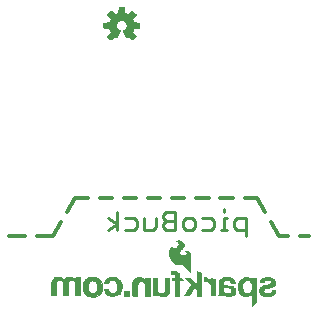
<source format=gbr>
G04 EAGLE Gerber RS-274X export*
G75*
%MOMM*%
%FSLAX34Y34*%
%LPD*%
%INSilkscreen Bottom*%
%IPPOS*%
%AMOC8*
5,1,8,0,0,1.08239X$1,22.5*%
G01*
%ADD10C,0.279400*%
%ADD11C,0.304800*%
%ADD12C,0.025400*%
%ADD13R,0.495300X0.485100*%

G36*
X110920Y260496D02*
X110920Y260496D01*
X111028Y260506D01*
X111041Y260512D01*
X111055Y260514D01*
X111152Y260562D01*
X111251Y260607D01*
X111264Y260618D01*
X111273Y260622D01*
X111288Y260638D01*
X111365Y260700D01*
X113950Y263285D01*
X114013Y263374D01*
X114079Y263459D01*
X114084Y263472D01*
X114092Y263484D01*
X114123Y263587D01*
X114159Y263690D01*
X114159Y263704D01*
X114163Y263717D01*
X114159Y263825D01*
X114160Y263934D01*
X114155Y263947D01*
X114155Y263961D01*
X114117Y264063D01*
X114082Y264165D01*
X114073Y264180D01*
X114069Y264189D01*
X114055Y264206D01*
X114001Y264288D01*
X111237Y267678D01*
X111794Y268760D01*
X111800Y268780D01*
X111842Y268875D01*
X112213Y270034D01*
X116564Y270477D01*
X116668Y270505D01*
X116774Y270530D01*
X116786Y270537D01*
X116799Y270540D01*
X116889Y270601D01*
X116982Y270658D01*
X116990Y270669D01*
X117002Y270677D01*
X117068Y270763D01*
X117137Y270847D01*
X117141Y270860D01*
X117150Y270871D01*
X117184Y270974D01*
X117223Y271075D01*
X117224Y271093D01*
X117228Y271102D01*
X117228Y271124D01*
X117237Y271222D01*
X117237Y274878D01*
X117220Y274985D01*
X117206Y275093D01*
X117200Y275105D01*
X117198Y275119D01*
X117146Y275215D01*
X117099Y275312D01*
X117089Y275322D01*
X117083Y275334D01*
X117003Y275408D01*
X116927Y275485D01*
X116915Y275491D01*
X116905Y275501D01*
X116806Y275546D01*
X116709Y275594D01*
X116691Y275598D01*
X116682Y275602D01*
X116661Y275604D01*
X116564Y275623D01*
X112213Y276066D01*
X111842Y277225D01*
X111833Y277243D01*
X111831Y277250D01*
X111827Y277257D01*
X111794Y277340D01*
X111237Y278422D01*
X114001Y281812D01*
X114055Y281906D01*
X114112Y281998D01*
X114115Y282011D01*
X114122Y282023D01*
X114143Y282130D01*
X114168Y282235D01*
X114166Y282249D01*
X114169Y282263D01*
X114154Y282370D01*
X114144Y282478D01*
X114138Y282491D01*
X114136Y282505D01*
X114088Y282602D01*
X114043Y282701D01*
X114032Y282714D01*
X114028Y282723D01*
X114012Y282738D01*
X113950Y282815D01*
X111365Y285400D01*
X111276Y285463D01*
X111191Y285529D01*
X111178Y285534D01*
X111166Y285542D01*
X111063Y285573D01*
X110960Y285609D01*
X110946Y285609D01*
X110933Y285613D01*
X110825Y285609D01*
X110716Y285610D01*
X110703Y285605D01*
X110689Y285605D01*
X110587Y285567D01*
X110485Y285532D01*
X110470Y285523D01*
X110461Y285519D01*
X110444Y285505D01*
X110362Y285451D01*
X106972Y282687D01*
X105890Y283244D01*
X105870Y283250D01*
X105775Y283292D01*
X104616Y283663D01*
X104173Y288014D01*
X104145Y288118D01*
X104120Y288224D01*
X104113Y288236D01*
X104110Y288249D01*
X104049Y288339D01*
X103992Y288432D01*
X103981Y288440D01*
X103973Y288452D01*
X103887Y288518D01*
X103803Y288587D01*
X103790Y288591D01*
X103779Y288600D01*
X103676Y288634D01*
X103575Y288673D01*
X103557Y288674D01*
X103548Y288678D01*
X103526Y288678D01*
X103428Y288687D01*
X99772Y288687D01*
X99665Y288670D01*
X99557Y288656D01*
X99545Y288650D01*
X99531Y288648D01*
X99435Y288596D01*
X99338Y288549D01*
X99328Y288539D01*
X99316Y288533D01*
X99242Y288453D01*
X99165Y288377D01*
X99159Y288365D01*
X99149Y288355D01*
X99104Y288256D01*
X99056Y288159D01*
X99052Y288141D01*
X99048Y288132D01*
X99046Y288111D01*
X99027Y288014D01*
X98584Y283663D01*
X97425Y283292D01*
X97407Y283282D01*
X97310Y283244D01*
X96228Y282687D01*
X92838Y285451D01*
X92744Y285505D01*
X92652Y285562D01*
X92639Y285565D01*
X92627Y285572D01*
X92520Y285593D01*
X92415Y285618D01*
X92401Y285616D01*
X92387Y285619D01*
X92280Y285604D01*
X92172Y285594D01*
X92159Y285588D01*
X92146Y285586D01*
X92048Y285538D01*
X91949Y285493D01*
X91936Y285482D01*
X91927Y285478D01*
X91912Y285462D01*
X91835Y285400D01*
X89250Y282815D01*
X89187Y282726D01*
X89121Y282641D01*
X89116Y282628D01*
X89108Y282616D01*
X89077Y282513D01*
X89041Y282410D01*
X89041Y282396D01*
X89037Y282383D01*
X89041Y282275D01*
X89040Y282166D01*
X89045Y282153D01*
X89045Y282139D01*
X89083Y282037D01*
X89118Y281935D01*
X89127Y281920D01*
X89131Y281911D01*
X89145Y281894D01*
X89199Y281812D01*
X91963Y278422D01*
X91406Y277340D01*
X91400Y277320D01*
X91358Y277225D01*
X90987Y276066D01*
X86636Y275623D01*
X86532Y275595D01*
X86426Y275570D01*
X86414Y275563D01*
X86401Y275560D01*
X86311Y275499D01*
X86218Y275442D01*
X86210Y275431D01*
X86198Y275423D01*
X86132Y275337D01*
X86064Y275253D01*
X86059Y275240D01*
X86050Y275229D01*
X86016Y275126D01*
X85977Y275025D01*
X85976Y275007D01*
X85972Y274998D01*
X85973Y274976D01*
X85963Y274878D01*
X85963Y271222D01*
X85980Y271115D01*
X85994Y271007D01*
X86000Y270995D01*
X86002Y270981D01*
X86054Y270885D01*
X86101Y270788D01*
X86111Y270778D01*
X86117Y270766D01*
X86197Y270692D01*
X86273Y270615D01*
X86285Y270609D01*
X86296Y270599D01*
X86394Y270554D01*
X86491Y270506D01*
X86509Y270502D01*
X86518Y270498D01*
X86539Y270496D01*
X86636Y270477D01*
X90987Y270034D01*
X91358Y268875D01*
X91368Y268857D01*
X91406Y268760D01*
X91963Y267678D01*
X89199Y264288D01*
X89145Y264194D01*
X89088Y264102D01*
X89085Y264089D01*
X89078Y264077D01*
X89057Y263970D01*
X89032Y263865D01*
X89034Y263851D01*
X89031Y263837D01*
X89046Y263730D01*
X89056Y263622D01*
X89062Y263609D01*
X89064Y263596D01*
X89112Y263498D01*
X89157Y263399D01*
X89168Y263386D01*
X89172Y263377D01*
X89188Y263362D01*
X89250Y263285D01*
X91835Y260700D01*
X91924Y260637D01*
X92009Y260571D01*
X92022Y260566D01*
X92034Y260558D01*
X92137Y260527D01*
X92240Y260491D01*
X92254Y260491D01*
X92267Y260487D01*
X92375Y260491D01*
X92484Y260490D01*
X92497Y260495D01*
X92511Y260495D01*
X92613Y260533D01*
X92715Y260568D01*
X92730Y260577D01*
X92739Y260581D01*
X92756Y260595D01*
X92838Y260649D01*
X96228Y263413D01*
X97310Y262856D01*
X97363Y262839D01*
X97412Y262813D01*
X97478Y262802D01*
X97542Y262781D01*
X97598Y262782D01*
X97652Y262773D01*
X97719Y262784D01*
X97786Y262785D01*
X97838Y262803D01*
X97893Y262812D01*
X97953Y262844D01*
X98016Y262867D01*
X98059Y262901D01*
X98109Y262927D01*
X98155Y262976D01*
X98207Y263018D01*
X98238Y263065D01*
X98276Y263105D01*
X98332Y263210D01*
X98340Y263223D01*
X98341Y263228D01*
X98345Y263235D01*
X100498Y268432D01*
X100518Y268515D01*
X100523Y268528D01*
X100525Y268544D01*
X100550Y268629D01*
X100549Y268650D01*
X100554Y268670D01*
X100546Y268752D01*
X100547Y268771D01*
X100543Y268791D01*
X100539Y268872D01*
X100532Y268892D01*
X100530Y268913D01*
X100498Y268982D01*
X100492Y269009D01*
X100477Y269033D01*
X100451Y269100D01*
X100438Y269116D01*
X100429Y269135D01*
X100384Y269184D01*
X100364Y269216D01*
X100333Y269241D01*
X100295Y269287D01*
X100272Y269303D01*
X100262Y269313D01*
X100241Y269325D01*
X100176Y269370D01*
X100175Y269371D01*
X100174Y269372D01*
X99275Y269878D01*
X98588Y270522D01*
X98073Y271310D01*
X97761Y272198D01*
X97669Y273135D01*
X97802Y274067D01*
X98153Y274941D01*
X98702Y275706D01*
X99416Y276319D01*
X100256Y276744D01*
X101173Y276958D01*
X102114Y276948D01*
X103026Y276714D01*
X103856Y276271D01*
X104557Y275642D01*
X105089Y274865D01*
X105420Y273984D01*
X105533Y273049D01*
X105425Y272132D01*
X105105Y271264D01*
X104591Y270495D01*
X103912Y269868D01*
X103028Y269373D01*
X102986Y269340D01*
X102944Y269317D01*
X102913Y269284D01*
X102865Y269249D01*
X102853Y269233D01*
X102837Y269220D01*
X102802Y269165D01*
X102777Y269139D01*
X102764Y269109D01*
X102722Y269051D01*
X102716Y269032D01*
X102706Y269015D01*
X102687Y268940D01*
X102677Y268917D01*
X102674Y268893D01*
X102651Y268818D01*
X102652Y268798D01*
X102647Y268778D01*
X102654Y268692D01*
X102653Y268674D01*
X102656Y268658D01*
X102659Y268574D01*
X102667Y268549D01*
X102668Y268535D01*
X102678Y268513D01*
X102702Y268432D01*
X103631Y266189D01*
X103631Y266188D01*
X104562Y263941D01*
X104563Y263941D01*
X104855Y263235D01*
X104884Y263188D01*
X104905Y263136D01*
X104948Y263085D01*
X104984Y263028D01*
X105027Y262993D01*
X105063Y262950D01*
X105120Y262916D01*
X105172Y262873D01*
X105224Y262854D01*
X105272Y262825D01*
X105338Y262811D01*
X105401Y262787D01*
X105456Y262785D01*
X105510Y262774D01*
X105577Y262781D01*
X105644Y262779D01*
X105698Y262795D01*
X105753Y262802D01*
X105864Y262846D01*
X105878Y262850D01*
X105882Y262853D01*
X105890Y262856D01*
X106972Y263413D01*
X110362Y260649D01*
X110456Y260595D01*
X110548Y260538D01*
X110561Y260535D01*
X110573Y260528D01*
X110680Y260507D01*
X110785Y260482D01*
X110799Y260484D01*
X110813Y260481D01*
X110920Y260496D01*
G37*
G36*
X160344Y63037D02*
X160344Y63037D01*
X160386Y63052D01*
X160388Y63057D01*
X160392Y63059D01*
X160421Y63132D01*
X160425Y63143D01*
X160425Y63144D01*
X160425Y78308D01*
X160423Y78313D01*
X160425Y78319D01*
X160355Y79150D01*
X160349Y79161D01*
X160350Y79176D01*
X160110Y79975D01*
X160102Y79985D01*
X160100Y79999D01*
X159699Y80731D01*
X159689Y80739D01*
X159684Y80752D01*
X159214Y81302D01*
X159203Y81307D01*
X159196Y81319D01*
X158626Y81764D01*
X158614Y81767D01*
X158604Y81777D01*
X157956Y82098D01*
X157944Y82099D01*
X157932Y82107D01*
X157233Y82291D01*
X157222Y82290D01*
X157211Y82295D01*
X156271Y82368D01*
X156262Y82365D01*
X156251Y82368D01*
X155311Y82295D01*
X155307Y82293D01*
X155301Y82294D01*
X154818Y82218D01*
X154779Y82193D01*
X154739Y82172D01*
X154738Y82168D01*
X154735Y82166D01*
X154725Y82121D01*
X154713Y82077D01*
X154715Y82073D01*
X154714Y82069D01*
X154739Y82031D01*
X154763Y81992D01*
X154767Y81991D01*
X154769Y81988D01*
X154810Y81979D01*
X154850Y81967D01*
X155008Y81983D01*
X155146Y81955D01*
X155279Y81884D01*
X156103Y81285D01*
X156221Y81171D01*
X156293Y81033D01*
X156386Y80618D01*
X156386Y80190D01*
X156293Y79774D01*
X156087Y79370D01*
X155774Y79042D01*
X155168Y78677D01*
X154490Y78470D01*
X153779Y78435D01*
X153169Y78532D01*
X152583Y78730D01*
X152040Y79023D01*
X151615Y79388D01*
X151300Y79848D01*
X151114Y80373D01*
X151071Y80929D01*
X151173Y81477D01*
X151413Y81980D01*
X151783Y82415D01*
X151981Y82625D01*
X152576Y83256D01*
X153171Y83887D01*
X153236Y83956D01*
X153239Y83966D01*
X153248Y83972D01*
X154435Y85730D01*
X154437Y85743D01*
X154447Y85753D01*
X154727Y86441D01*
X154726Y86456D01*
X154735Y86471D01*
X154834Y87206D01*
X154830Y87221D01*
X154835Y87238D01*
X154748Y87975D01*
X154740Y87988D01*
X154740Y88006D01*
X154473Y88698D01*
X154462Y88709D01*
X154458Y88726D01*
X154027Y89329D01*
X154017Y89336D01*
X154011Y89348D01*
X153315Y90006D01*
X153307Y90009D01*
X153302Y90017D01*
X152525Y90577D01*
X152515Y90580D01*
X152507Y90588D01*
X151727Y90976D01*
X151715Y90977D01*
X151704Y90985D01*
X150864Y91216D01*
X150852Y91215D01*
X150840Y91221D01*
X149972Y91287D01*
X149962Y91283D01*
X149950Y91287D01*
X149050Y91201D01*
X149041Y91197D01*
X149031Y91198D01*
X148153Y90978D01*
X148145Y90972D01*
X148133Y90971D01*
X147905Y90870D01*
X147549Y90718D01*
X147548Y90718D01*
X147044Y90497D01*
X147034Y90486D01*
X147017Y90481D01*
X146582Y90143D01*
X146579Y90136D01*
X146571Y90132D01*
X146546Y90107D01*
X146543Y90106D01*
X146508Y90014D01*
X146549Y89925D01*
X146634Y89892D01*
X147237Y89892D01*
X147748Y89835D01*
X148238Y89696D01*
X148719Y89441D01*
X149114Y89071D01*
X149400Y88611D01*
X149557Y88092D01*
X149569Y87789D01*
X149510Y87489D01*
X149304Y86995D01*
X149021Y86537D01*
X148670Y86127D01*
X148258Y85773D01*
X147356Y85122D01*
X146868Y84873D01*
X146339Y84775D01*
X145800Y84833D01*
X145626Y84898D01*
X145265Y85147D01*
X144991Y85486D01*
X144947Y85589D01*
X144931Y85709D01*
X144931Y86589D01*
X144914Y86630D01*
X144900Y86672D01*
X144895Y86675D01*
X144893Y86680D01*
X144852Y86696D01*
X144812Y86715D01*
X144806Y86713D01*
X144801Y86715D01*
X144774Y86703D01*
X144725Y86687D01*
X143599Y85766D01*
X143593Y85754D01*
X143581Y85747D01*
X142674Y84610D01*
X142671Y84599D01*
X142662Y84591D01*
X142160Y83657D01*
X142159Y83647D01*
X142153Y83639D01*
X141795Y82642D01*
X141795Y82632D01*
X141790Y82623D01*
X141583Y81584D01*
X141585Y81574D01*
X141584Y81572D01*
X141585Y81572D01*
X141581Y81563D01*
X141521Y79635D01*
X141525Y79624D01*
X141522Y79612D01*
X141810Y77705D01*
X141816Y77695D01*
X141816Y77683D01*
X142444Y75859D01*
X142451Y75850D01*
X142453Y75838D01*
X143400Y74157D01*
X143408Y74151D01*
X143411Y74140D01*
X144296Y73033D01*
X144303Y73030D01*
X144305Y73024D01*
X144306Y73024D01*
X144308Y73020D01*
X145339Y72048D01*
X145347Y72045D01*
X145353Y72037D01*
X146510Y71220D01*
X146520Y71218D01*
X146528Y71210D01*
X147758Y70610D01*
X147769Y70609D01*
X147779Y70601D01*
X149098Y70233D01*
X149109Y70235D01*
X149120Y70229D01*
X150484Y70105D01*
X150489Y70107D01*
X150495Y70105D01*
X152770Y70105D01*
X153138Y70040D01*
X153489Y69913D01*
X154479Y69324D01*
X155333Y68542D01*
X160205Y63060D01*
X160209Y63058D01*
X160211Y63053D01*
X160253Y63037D01*
X160294Y63018D01*
X160298Y63020D01*
X160303Y63018D01*
X160344Y63037D01*
G37*
G36*
X211711Y34343D02*
X211711Y34343D01*
X211713Y34342D01*
X211734Y34351D01*
X211794Y34374D01*
X215934Y38108D01*
X215936Y38114D01*
X215942Y38117D01*
X215966Y38177D01*
X215975Y38198D01*
X215974Y38200D01*
X215975Y38202D01*
X215975Y58776D01*
X215960Y58813D01*
X215950Y58852D01*
X215941Y58858D01*
X215937Y58867D01*
X215909Y58878D01*
X215873Y58900D01*
X211987Y59636D01*
X211972Y59633D01*
X211957Y59638D01*
X211925Y59623D01*
X211890Y59615D01*
X211882Y59602D01*
X211869Y59596D01*
X211854Y59557D01*
X211838Y59532D01*
X211841Y59521D01*
X211837Y59510D01*
X211861Y57593D01*
X211727Y57742D01*
X211726Y57743D01*
X211726Y57744D01*
X210837Y58709D01*
X210831Y58711D01*
X210827Y58718D01*
X210484Y59019D01*
X210473Y59023D01*
X210465Y59033D01*
X210071Y59266D01*
X210062Y59267D01*
X210054Y59274D01*
X208733Y59807D01*
X208722Y59807D01*
X208712Y59814D01*
X208230Y59916D01*
X208218Y59913D01*
X208206Y59918D01*
X206225Y59943D01*
X206214Y59939D01*
X206202Y59941D01*
X205117Y59758D01*
X205107Y59751D01*
X205093Y59751D01*
X204068Y59351D01*
X204061Y59343D01*
X204049Y59341D01*
X203147Y58800D01*
X203142Y58794D01*
X203133Y58791D01*
X202309Y58138D01*
X202303Y58128D01*
X202293Y58123D01*
X201501Y57233D01*
X201497Y57220D01*
X201485Y57211D01*
X200906Y56170D01*
X200904Y56158D01*
X200896Y56147D01*
X200222Y54034D01*
X200223Y54023D01*
X200217Y54012D01*
X199934Y51812D01*
X199937Y51801D01*
X199933Y51789D01*
X200051Y49574D01*
X200056Y49564D01*
X200054Y49552D01*
X200377Y48176D01*
X200384Y48167D01*
X200384Y48155D01*
X200940Y46855D01*
X200948Y46847D01*
X200950Y46836D01*
X201722Y45651D01*
X201731Y45645D01*
X201736Y45634D01*
X202393Y44927D01*
X202403Y44923D01*
X202409Y44913D01*
X203177Y44328D01*
X203188Y44326D01*
X203195Y44317D01*
X204051Y43871D01*
X204062Y43870D01*
X204071Y43862D01*
X204990Y43568D01*
X205000Y43569D01*
X205010Y43563D01*
X206222Y43374D01*
X206231Y43376D01*
X206240Y43373D01*
X207467Y43356D01*
X207475Y43359D01*
X207485Y43357D01*
X208702Y43512D01*
X208712Y43517D01*
X208724Y43517D01*
X209568Y43781D01*
X209578Y43789D01*
X209593Y43792D01*
X210362Y44229D01*
X210370Y44239D01*
X210384Y44244D01*
X211044Y44834D01*
X211050Y44846D01*
X211062Y44854D01*
X211582Y45570D01*
X211583Y45572D01*
X211583Y34468D01*
X211601Y34424D01*
X211618Y34381D01*
X211620Y34380D01*
X211621Y34377D01*
X211665Y34360D01*
X211709Y34342D01*
X211711Y34343D01*
G37*
G36*
X46281Y43690D02*
X46281Y43690D01*
X46283Y43689D01*
X46326Y43709D01*
X46370Y43727D01*
X46370Y43729D01*
X46372Y43730D01*
X46405Y43815D01*
X46405Y54094D01*
X46512Y54974D01*
X46824Y55796D01*
X47085Y56180D01*
X47428Y56493D01*
X47834Y56719D01*
X48282Y56847D01*
X49186Y56915D01*
X50089Y56823D01*
X50499Y56697D01*
X50871Y56487D01*
X50886Y56473D01*
X51027Y56347D01*
X51167Y56220D01*
X51189Y56201D01*
X51574Y55673D01*
X51847Y55078D01*
X51996Y54439D01*
X52071Y53336D01*
X52071Y43815D01*
X52072Y43813D01*
X52071Y43811D01*
X52091Y43768D01*
X52109Y43724D01*
X52111Y43724D01*
X52112Y43722D01*
X52197Y43689D01*
X56515Y43689D01*
X56517Y43690D01*
X56519Y43689D01*
X56562Y43709D01*
X56606Y43727D01*
X56606Y43729D01*
X56608Y43730D01*
X56641Y43815D01*
X56641Y54374D01*
X56721Y55037D01*
X56952Y55656D01*
X57322Y56203D01*
X57669Y56521D01*
X58078Y56754D01*
X58528Y56890D01*
X59005Y56922D01*
X59853Y56872D01*
X60293Y56790D01*
X60697Y56612D01*
X61052Y56346D01*
X61871Y55402D01*
X62155Y54864D01*
X62286Y54273D01*
X62256Y53651D01*
X62257Y53648D01*
X62256Y53645D01*
X62256Y43840D01*
X62257Y43838D01*
X62256Y43836D01*
X62276Y43793D01*
X62294Y43749D01*
X62296Y43749D01*
X62297Y43747D01*
X62382Y43714D01*
X66700Y43714D01*
X66702Y43715D01*
X66704Y43714D01*
X66747Y43734D01*
X66791Y43752D01*
X66791Y43754D01*
X66793Y43755D01*
X66826Y43840D01*
X66826Y59893D01*
X66825Y59895D01*
X66826Y59897D01*
X66806Y59940D01*
X66788Y59984D01*
X66786Y59984D01*
X66785Y59986D01*
X66700Y60019D01*
X62713Y60019D01*
X62711Y60018D01*
X62709Y60019D01*
X62666Y59999D01*
X62622Y59981D01*
X62622Y59979D01*
X62620Y59978D01*
X62587Y59893D01*
X62587Y57840D01*
X62556Y57847D01*
X62254Y58243D01*
X62248Y58246D01*
X62245Y58254D01*
X61483Y59041D01*
X61475Y59044D01*
X61471Y59051D01*
X60709Y59663D01*
X60695Y59667D01*
X60683Y59680D01*
X59793Y60084D01*
X59781Y60084D01*
X59770Y60092D01*
X58678Y60346D01*
X58669Y60345D01*
X58661Y60349D01*
X57289Y60476D01*
X57279Y60473D01*
X57268Y60476D01*
X56311Y60407D01*
X56300Y60401D01*
X56286Y60402D01*
X55363Y60142D01*
X55353Y60134D01*
X55340Y60132D01*
X54550Y59729D01*
X54542Y59720D01*
X54529Y59716D01*
X53831Y59170D01*
X53825Y59159D01*
X53813Y59153D01*
X53231Y58484D01*
X53228Y58472D01*
X53217Y58464D01*
X52837Y57806D01*
X52795Y57848D01*
X52340Y58329D01*
X52337Y58330D01*
X52336Y58333D01*
X51548Y59092D01*
X51539Y59095D01*
X51534Y59104D01*
X50645Y59742D01*
X50634Y59744D01*
X50626Y59752D01*
X49821Y60146D01*
X49809Y60146D01*
X49798Y60154D01*
X48933Y60386D01*
X48921Y60384D01*
X48909Y60390D01*
X48015Y60451D01*
X48006Y60448D01*
X47995Y60451D01*
X46716Y60344D01*
X46709Y60340D01*
X46702Y60342D01*
X45442Y60093D01*
X45433Y60087D01*
X45421Y60087D01*
X44555Y59761D01*
X44545Y59751D01*
X44530Y59748D01*
X43756Y59241D01*
X43749Y59229D01*
X43735Y59223D01*
X43089Y58559D01*
X43086Y58549D01*
X43082Y58548D01*
X43081Y58544D01*
X43073Y58538D01*
X42485Y57599D01*
X42483Y57586D01*
X42473Y57576D01*
X42087Y56537D01*
X42088Y56524D01*
X42081Y56512D01*
X41912Y55416D01*
X41915Y55407D01*
X41911Y55397D01*
X41911Y43815D01*
X41912Y43813D01*
X41911Y43811D01*
X41931Y43768D01*
X41949Y43724D01*
X41951Y43724D01*
X41952Y43722D01*
X42037Y43689D01*
X46279Y43689D01*
X46281Y43690D01*
G37*
G36*
X194161Y43359D02*
X194161Y43359D01*
X194172Y43364D01*
X194186Y43362D01*
X195558Y43670D01*
X195569Y43678D01*
X195584Y43679D01*
X196853Y44285D01*
X196862Y44295D01*
X196876Y44299D01*
X197324Y44641D01*
X197330Y44651D01*
X197342Y44657D01*
X197719Y45077D01*
X197723Y45088D01*
X197733Y45096D01*
X198025Y45579D01*
X198027Y45590D01*
X198035Y45600D01*
X198408Y46593D01*
X198408Y46604D01*
X198414Y46615D01*
X198603Y47659D01*
X198600Y47670D01*
X198605Y47682D01*
X198602Y48743D01*
X198599Y48750D01*
X198601Y48753D01*
X198598Y48760D01*
X198599Y48770D01*
X198393Y49711D01*
X198384Y49723D01*
X198383Y49740D01*
X197954Y50602D01*
X197944Y50611D01*
X197939Y50626D01*
X197441Y51235D01*
X197436Y51238D01*
X197434Y51242D01*
X197428Y51244D01*
X197423Y51253D01*
X196813Y51751D01*
X196801Y51754D01*
X196792Y51765D01*
X196096Y52131D01*
X196085Y52132D01*
X196076Y52139D01*
X194591Y52623D01*
X194583Y52622D01*
X194574Y52627D01*
X193037Y52905D01*
X193033Y52904D01*
X193028Y52907D01*
X190822Y53135D01*
X189516Y53361D01*
X189047Y53526D01*
X188619Y53772D01*
X188335Y54033D01*
X188275Y54120D01*
X188233Y54217D01*
X188122Y54738D01*
X188122Y55269D01*
X188233Y55790D01*
X188372Y56104D01*
X188571Y56383D01*
X188824Y56617D01*
X189138Y56810D01*
X189484Y56938D01*
X189853Y56999D01*
X191208Y57049D01*
X191795Y56995D01*
X192356Y56830D01*
X192820Y56575D01*
X193210Y56219D01*
X193505Y55781D01*
X193689Y55286D01*
X193752Y54755D01*
X193752Y54712D01*
X193753Y54710D01*
X193752Y54708D01*
X193772Y54665D01*
X193790Y54621D01*
X193792Y54621D01*
X193793Y54619D01*
X193878Y54586D01*
X198019Y54586D01*
X198020Y54584D01*
X198062Y54574D01*
X198104Y54560D01*
X198110Y54563D01*
X198116Y54562D01*
X198141Y54578D01*
X198186Y54599D01*
X198211Y54624D01*
X198211Y54625D01*
X198227Y54667D01*
X198246Y54716D01*
X198246Y54717D01*
X198226Y54759D01*
X198207Y54802D01*
X198085Y55693D01*
X198079Y55704D01*
X198079Y55719D01*
X197745Y56660D01*
X197736Y56670D01*
X197733Y56684D01*
X197214Y57537D01*
X197203Y57545D01*
X197198Y57558D01*
X196515Y58288D01*
X196503Y58293D01*
X196495Y58305D01*
X195678Y58879D01*
X195666Y58882D01*
X195657Y58891D01*
X194499Y59420D01*
X194489Y59420D01*
X194480Y59427D01*
X193251Y59761D01*
X193242Y59760D01*
X193233Y59764D01*
X191493Y59978D01*
X191485Y59975D01*
X191477Y59978D01*
X189723Y59970D01*
X189716Y59967D01*
X189707Y59969D01*
X187968Y59739D01*
X187960Y59734D01*
X187949Y59735D01*
X186535Y59310D01*
X186526Y59302D01*
X186512Y59301D01*
X185209Y58607D01*
X185200Y58597D01*
X185186Y58592D01*
X184624Y58109D01*
X184617Y58095D01*
X184603Y58086D01*
X184176Y57481D01*
X184173Y57466D01*
X184161Y57454D01*
X183894Y56763D01*
X183895Y56748D01*
X183887Y56733D01*
X183796Y55998D01*
X183798Y55990D01*
X183795Y55982D01*
X183795Y51156D01*
X183796Y51154D01*
X183795Y51152D01*
X183802Y51137D01*
X183770Y51053D01*
X183795Y46715D01*
X183693Y45378D01*
X183344Y44083D01*
X183270Y43884D01*
X183271Y43859D01*
X183262Y43836D01*
X183273Y43812D01*
X183274Y43786D01*
X183293Y43769D01*
X183303Y43747D01*
X183330Y43736D01*
X183348Y43720D01*
X183367Y43722D01*
X183388Y43714D01*
X187422Y43714D01*
X187458Y43711D01*
X187486Y43720D01*
X187526Y43724D01*
X187563Y43743D01*
X187582Y43765D01*
X187614Y43789D01*
X187636Y43825D01*
X187638Y43842D01*
X187650Y43858D01*
X187726Y44138D01*
X187725Y44141D01*
X187727Y44144D01*
X187954Y45173D01*
X187964Y45196D01*
X187970Y45202D01*
X187978Y45204D01*
X187987Y45203D01*
X188011Y45187D01*
X188838Y44484D01*
X188849Y44480D01*
X188858Y44470D01*
X189809Y43930D01*
X189820Y43929D01*
X189830Y43921D01*
X190865Y43568D01*
X190877Y43569D01*
X190887Y43563D01*
X192505Y43322D01*
X192515Y43325D01*
X192526Y43321D01*
X194161Y43359D01*
G37*
G36*
X169294Y43588D02*
X169294Y43588D01*
X169297Y43587D01*
X169380Y43624D01*
X169431Y43675D01*
X169433Y43678D01*
X169435Y43679D01*
X169468Y43764D01*
X169468Y63094D01*
X169460Y63113D01*
X169462Y63133D01*
X169441Y63160D01*
X169430Y63185D01*
X169416Y63190D01*
X169405Y63204D01*
X165265Y65566D01*
X165230Y65570D01*
X165198Y65582D01*
X165183Y65575D01*
X165167Y65577D01*
X165140Y65555D01*
X165109Y65541D01*
X165102Y65525D01*
X165090Y65515D01*
X165088Y65488D01*
X165076Y65456D01*
X165076Y54026D01*
X159601Y59500D01*
X159598Y59502D01*
X159597Y59504D01*
X159512Y59537D01*
X154838Y59537D01*
X154836Y59537D01*
X154835Y59537D01*
X154791Y59517D01*
X154747Y59499D01*
X154747Y59497D01*
X154745Y59496D01*
X154729Y59452D01*
X154712Y59407D01*
X154713Y59405D01*
X154712Y59404D01*
X154750Y59321D01*
X160441Y53755D01*
X153844Y43860D01*
X153837Y43822D01*
X153823Y43785D01*
X153828Y43775D01*
X153826Y43763D01*
X153848Y43732D01*
X153865Y43696D01*
X153876Y43692D01*
X153882Y43683D01*
X153912Y43678D01*
X153950Y43664D01*
X159030Y43689D01*
X159047Y43696D01*
X159065Y43694D01*
X159094Y43716D01*
X159120Y43728D01*
X159125Y43740D01*
X159137Y43750D01*
X163370Y50728D01*
X165025Y49121D01*
X165025Y43713D01*
X165026Y43711D01*
X165025Y43709D01*
X165045Y43666D01*
X165063Y43622D01*
X165065Y43622D01*
X165066Y43620D01*
X165151Y43587D01*
X169291Y43587D01*
X169294Y43588D01*
G37*
G36*
X137726Y43287D02*
X137726Y43287D01*
X137737Y43284D01*
X138770Y43431D01*
X138781Y43437D01*
X138794Y43437D01*
X139780Y43780D01*
X139789Y43788D01*
X139802Y43790D01*
X140704Y44316D01*
X140711Y44326D01*
X140724Y44331D01*
X140978Y44559D01*
X140984Y44570D01*
X140995Y44578D01*
X141656Y45463D01*
X141658Y45474D01*
X141668Y45483D01*
X142156Y46473D01*
X142156Y46485D01*
X142164Y46495D01*
X142464Y47558D01*
X142462Y47569D01*
X142468Y47581D01*
X142569Y48680D01*
X142567Y48686D01*
X142569Y48692D01*
X142569Y59487D01*
X142568Y59489D01*
X142569Y59491D01*
X142549Y59534D01*
X142531Y59578D01*
X142529Y59578D01*
X142528Y59580D01*
X142443Y59613D01*
X138303Y59613D01*
X138301Y59612D01*
X138299Y59613D01*
X138256Y59593D01*
X138212Y59575D01*
X138212Y59573D01*
X138210Y59572D01*
X138177Y59487D01*
X138177Y49490D01*
X138028Y48660D01*
X137685Y47892D01*
X137413Y47530D01*
X137072Y47229D01*
X136677Y47004D01*
X135988Y46781D01*
X135269Y46701D01*
X134548Y46768D01*
X133857Y46980D01*
X133347Y47268D01*
X132916Y47665D01*
X132589Y48150D01*
X132380Y48700D01*
X132155Y49904D01*
X132079Y51134D01*
X132079Y59436D01*
X132078Y59438D01*
X132079Y59440D01*
X132059Y59483D01*
X132041Y59527D01*
X132039Y59527D01*
X132038Y59529D01*
X131953Y59562D01*
X127737Y59562D01*
X127735Y59561D01*
X127733Y59562D01*
X127690Y59542D01*
X127646Y59524D01*
X127646Y59522D01*
X127644Y59521D01*
X127611Y59436D01*
X127611Y43815D01*
X127612Y43813D01*
X127611Y43811D01*
X127631Y43768D01*
X127649Y43724D01*
X127651Y43724D01*
X127652Y43722D01*
X127737Y43689D01*
X131750Y43689D01*
X131752Y43690D01*
X131754Y43689D01*
X131797Y43709D01*
X131841Y43727D01*
X131841Y43729D01*
X131843Y43730D01*
X131876Y43815D01*
X131876Y45872D01*
X132383Y45231D01*
X132391Y45227D01*
X132395Y45218D01*
X133222Y44433D01*
X133231Y44430D01*
X133236Y44422D01*
X134166Y43763D01*
X134175Y43761D01*
X134183Y43753D01*
X134428Y43631D01*
X134439Y43630D01*
X134448Y43623D01*
X134710Y43542D01*
X134719Y43543D01*
X134728Y43538D01*
X136206Y43315D01*
X136214Y43317D01*
X136222Y43313D01*
X137716Y43283D01*
X137726Y43287D01*
G37*
G36*
X125249Y43614D02*
X125249Y43614D01*
X125251Y43613D01*
X125294Y43633D01*
X125338Y43651D01*
X125338Y43653D01*
X125340Y43654D01*
X125373Y43739D01*
X125373Y59461D01*
X125372Y59463D01*
X125373Y59465D01*
X125353Y59508D01*
X125335Y59552D01*
X125333Y59552D01*
X125332Y59554D01*
X125247Y59587D01*
X121209Y59587D01*
X121207Y59586D01*
X121205Y59587D01*
X121162Y59567D01*
X121118Y59549D01*
X121118Y59547D01*
X121116Y59546D01*
X121083Y59461D01*
X121083Y57393D01*
X121041Y57422D01*
X120927Y57558D01*
X120650Y57936D01*
X120646Y57938D01*
X120644Y57943D01*
X120242Y58416D01*
X120235Y58420D01*
X120231Y58428D01*
X120036Y58604D01*
X119896Y58730D01*
X119770Y58844D01*
X119760Y58847D01*
X119752Y58857D01*
X118854Y59424D01*
X118841Y59427D01*
X118830Y59436D01*
X117834Y59805D01*
X117821Y59805D01*
X117808Y59812D01*
X116756Y59967D01*
X116746Y59964D01*
X116735Y59968D01*
X114729Y59918D01*
X114719Y59914D01*
X114706Y59916D01*
X113729Y59710D01*
X113717Y59702D01*
X113701Y59701D01*
X112796Y59279D01*
X112787Y59268D01*
X112772Y59264D01*
X111987Y58646D01*
X111981Y58635D01*
X111969Y58629D01*
X111480Y58054D01*
X111477Y58043D01*
X111467Y58036D01*
X111083Y57387D01*
X111081Y57376D01*
X111073Y57367D01*
X110804Y56662D01*
X110804Y56653D01*
X110799Y56644D01*
X110559Y55537D01*
X110561Y55528D01*
X110557Y55520D01*
X110466Y54391D01*
X110468Y54386D01*
X110466Y54381D01*
X110466Y43840D01*
X110467Y43838D01*
X110466Y43836D01*
X110486Y43793D01*
X110504Y43749D01*
X110506Y43749D01*
X110507Y43747D01*
X110592Y43714D01*
X114681Y43714D01*
X114683Y43715D01*
X114685Y43714D01*
X114728Y43734D01*
X114772Y43752D01*
X114772Y43754D01*
X114774Y43755D01*
X114807Y43840D01*
X114807Y53486D01*
X114872Y54204D01*
X115063Y54892D01*
X115373Y55534D01*
X115669Y55921D01*
X116043Y56230D01*
X116478Y56447D01*
X116778Y56524D01*
X117094Y56541D01*
X118199Y56491D01*
X118755Y56404D01*
X119271Y56200D01*
X119728Y55886D01*
X120245Y55317D01*
X120608Y54638D01*
X120825Y53888D01*
X120905Y53105D01*
X120905Y43739D01*
X120906Y43737D01*
X120905Y43735D01*
X120925Y43692D01*
X120943Y43648D01*
X120945Y43648D01*
X120946Y43646D01*
X121031Y43613D01*
X125247Y43613D01*
X125249Y43614D01*
G37*
G36*
X76963Y43542D02*
X76963Y43542D01*
X76979Y43538D01*
X79976Y43944D01*
X79997Y43956D01*
X80026Y43962D01*
X82871Y45740D01*
X82885Y45761D01*
X82910Y45779D01*
X84510Y48268D01*
X84514Y48291D01*
X84529Y48316D01*
X85139Y52202D01*
X85133Y52224D01*
X85137Y52250D01*
X84324Y55806D01*
X84309Y55827D01*
X84300Y55856D01*
X82166Y58574D01*
X82144Y58586D01*
X82123Y58609D01*
X78745Y60286D01*
X78725Y60287D01*
X78704Y60298D01*
X77231Y60475D01*
X77224Y60473D01*
X77216Y60476D01*
X77165Y60476D01*
X77145Y60468D01*
X77119Y60467D01*
X76992Y60417D01*
X76971Y60397D01*
X76945Y60385D01*
X76936Y60363D01*
X76921Y60349D01*
X76922Y60325D01*
X76912Y60300D01*
X76912Y57379D01*
X76929Y57339D01*
X76941Y57298D01*
X76948Y57294D01*
X76950Y57288D01*
X76978Y57277D01*
X77021Y57254D01*
X78116Y57104D01*
X79264Y56469D01*
X80052Y55385D01*
X80448Y54496D01*
X80722Y53022D01*
X80773Y51163D01*
X80598Y49915D01*
X80223Y48766D01*
X79685Y47739D01*
X78037Y46731D01*
X76289Y46509D01*
X74538Y47101D01*
X74468Y47165D01*
X74190Y47418D01*
X73912Y47670D01*
X73773Y47796D01*
X73496Y48049D01*
X73495Y48049D01*
X73459Y48082D01*
X72916Y49292D01*
X72541Y50840D01*
X72541Y52265D01*
X72792Y54194D01*
X73536Y55806D01*
X74370Y56615D01*
X75323Y57128D01*
X76510Y57227D01*
X76606Y57227D01*
X76609Y57228D01*
X76612Y57227D01*
X76654Y57247D01*
X76697Y57265D01*
X76698Y57268D01*
X76701Y57270D01*
X76732Y57355D01*
X76706Y58943D01*
X76703Y59069D01*
X76703Y59070D01*
X76701Y59196D01*
X76699Y59322D01*
X76697Y59448D01*
X76695Y59574D01*
X76695Y59575D01*
X76693Y59701D01*
X76691Y59827D01*
X76689Y59953D01*
X76686Y60079D01*
X76686Y60080D01*
X76684Y60206D01*
X76682Y60327D01*
X76678Y60336D01*
X76681Y60345D01*
X76659Y60380D01*
X76642Y60417D01*
X76634Y60420D01*
X76629Y60428D01*
X76577Y60441D01*
X76550Y60451D01*
X76545Y60449D01*
X76540Y60450D01*
X74533Y60196D01*
X74522Y60190D01*
X74508Y60190D01*
X72882Y59631D01*
X72870Y59620D01*
X72851Y59616D01*
X70870Y58245D01*
X70862Y58232D01*
X70846Y58223D01*
X69754Y56953D01*
X69749Y56937D01*
X69735Y56922D01*
X68694Y54585D01*
X68693Y54568D01*
X68684Y54550D01*
X68404Y52365D01*
X68408Y52350D01*
X68404Y52334D01*
X68658Y50226D01*
X68662Y50218D01*
X68661Y50207D01*
X69347Y47743D01*
X69358Y47729D01*
X69362Y47710D01*
X70175Y46415D01*
X70187Y46406D01*
X70195Y46391D01*
X71389Y45248D01*
X71398Y45244D01*
X71403Y45236D01*
X72520Y44449D01*
X72537Y44445D01*
X72552Y44433D01*
X74406Y43798D01*
X74420Y43799D01*
X74434Y43791D01*
X76949Y43537D01*
X76963Y43542D01*
G37*
G36*
X224944Y43335D02*
X224944Y43335D01*
X224951Y43333D01*
X227517Y43511D01*
X227526Y43516D01*
X227536Y43514D01*
X228457Y43726D01*
X228468Y43734D01*
X228482Y43735D01*
X229339Y44132D01*
X229345Y44139D01*
X229354Y44141D01*
X230548Y44903D01*
X230553Y44909D01*
X230561Y44912D01*
X231076Y45343D01*
X231081Y45354D01*
X231093Y45360D01*
X231513Y45884D01*
X231517Y45895D01*
X231527Y45904D01*
X231836Y46500D01*
X231837Y46509D01*
X231844Y46517D01*
X232276Y47787D01*
X232275Y47797D01*
X232280Y47806D01*
X232382Y48390D01*
X232381Y48397D01*
X232384Y48403D01*
X232409Y48759D01*
X232408Y48763D01*
X232409Y48766D01*
X232408Y48768D01*
X232409Y48772D01*
X232397Y48798D01*
X232394Y48828D01*
X232393Y48829D01*
X232393Y48830D01*
X232382Y48839D01*
X232377Y48852D01*
X232371Y48855D01*
X232368Y48861D01*
X232338Y48873D01*
X232318Y48889D01*
X232316Y48889D01*
X232315Y48890D01*
X232300Y48889D01*
X232288Y48894D01*
X232286Y48893D01*
X232283Y48894D01*
X228422Y48894D01*
X228420Y48893D01*
X228418Y48894D01*
X228375Y48874D01*
X228331Y48856D01*
X228331Y48854D01*
X228329Y48853D01*
X228296Y48768D01*
X228296Y48721D01*
X228267Y48224D01*
X228121Y47762D01*
X227865Y47348D01*
X227761Y47243D01*
X227635Y47117D01*
X227423Y46905D01*
X226896Y46568D01*
X226309Y46351D01*
X225747Y46278D01*
X224417Y46278D01*
X223814Y46352D01*
X223247Y46549D01*
X222734Y46861D01*
X222447Y47145D01*
X222238Y47490D01*
X222121Y47875D01*
X222104Y48279D01*
X222189Y48674D01*
X222370Y49036D01*
X222635Y49340D01*
X222971Y49571D01*
X224078Y50041D01*
X225252Y50347D01*
X228883Y51210D01*
X228890Y51215D01*
X228899Y51215D01*
X229707Y51521D01*
X229714Y51527D01*
X229724Y51529D01*
X230475Y51956D01*
X230481Y51963D01*
X230491Y51967D01*
X231168Y52504D01*
X231173Y52514D01*
X231184Y52520D01*
X231521Y52905D01*
X231525Y52918D01*
X231536Y52927D01*
X231785Y53374D01*
X231786Y53387D01*
X231795Y53398D01*
X231947Y53887D01*
X231945Y53899D01*
X231952Y53912D01*
X232057Y55048D01*
X232054Y55061D01*
X232057Y55074D01*
X231928Y56208D01*
X231922Y56219D01*
X231923Y56233D01*
X231565Y57317D01*
X231557Y57326D01*
X231555Y57340D01*
X231256Y57862D01*
X231246Y57869D01*
X231241Y57882D01*
X230847Y58337D01*
X230836Y58342D01*
X230829Y58354D01*
X230353Y58723D01*
X230342Y58726D01*
X230333Y58735D01*
X229052Y59389D01*
X229041Y59390D01*
X229031Y59397D01*
X227653Y59808D01*
X227642Y59807D01*
X227630Y59813D01*
X226201Y59968D01*
X226194Y59966D01*
X226187Y59968D01*
X224384Y59968D01*
X224378Y59966D01*
X224371Y59968D01*
X222978Y59828D01*
X222969Y59823D01*
X222958Y59824D01*
X221607Y59456D01*
X221598Y59449D01*
X221584Y59447D01*
X220487Y58909D01*
X220478Y58899D01*
X220464Y58895D01*
X219505Y58138D01*
X219499Y58128D01*
X219488Y58123D01*
X219140Y57727D01*
X219138Y57722D01*
X219137Y57722D01*
X219136Y57718D01*
X219128Y57712D01*
X218842Y57270D01*
X218840Y57260D01*
X218833Y57253D01*
X218477Y56465D01*
X218477Y56460D01*
X218473Y56456D01*
X218270Y55898D01*
X218272Y55874D01*
X218267Y55862D01*
X218270Y55855D01*
X218265Y55830D01*
X218274Y55816D01*
X218265Y55804D01*
X218267Y55798D01*
X218263Y55791D01*
X218187Y55080D01*
X218189Y55074D01*
X218188Y55070D01*
X218189Y55068D01*
X218187Y55063D01*
X218204Y55026D01*
X218216Y54986D01*
X218224Y54982D01*
X218228Y54974D01*
X218278Y54954D01*
X218304Y54941D01*
X218308Y54943D01*
X218313Y54941D01*
X222199Y54941D01*
X222243Y54959D01*
X222287Y54977D01*
X222288Y54978D01*
X222290Y54979D01*
X222297Y54998D01*
X222325Y55059D01*
X222341Y55319D01*
X222396Y55562D01*
X222546Y55914D01*
X222764Y56227D01*
X223040Y56491D01*
X223462Y56762D01*
X223929Y56951D01*
X224425Y57049D01*
X225273Y57093D01*
X226121Y57049D01*
X226570Y56964D01*
X226994Y56807D01*
X227295Y56612D01*
X227528Y56344D01*
X227683Y56002D01*
X227731Y55630D01*
X227666Y55261D01*
X227482Y54900D01*
X227247Y54657D01*
X227199Y54607D01*
X226524Y54191D01*
X225772Y53919D01*
X223749Y53515D01*
X223748Y53514D01*
X223747Y53514D01*
X222024Y53133D01*
X222017Y53128D01*
X222008Y53128D01*
X220352Y52518D01*
X220346Y52512D01*
X220336Y52511D01*
X219580Y52106D01*
X219574Y52099D01*
X219565Y52096D01*
X218873Y51588D01*
X218868Y51578D01*
X218856Y51573D01*
X218524Y51223D01*
X218519Y51211D01*
X218508Y51202D01*
X218256Y50790D01*
X218254Y50776D01*
X218244Y50764D01*
X217907Y49761D01*
X217908Y49746D01*
X217900Y49732D01*
X217806Y48677D01*
X217809Y48668D01*
X217806Y48657D01*
X217882Y47616D01*
X217886Y47608D01*
X217885Y47598D01*
X218028Y46934D01*
X218034Y46924D01*
X218035Y46911D01*
X218301Y46286D01*
X218309Y46277D01*
X218312Y46265D01*
X218691Y45701D01*
X218701Y45694D01*
X218706Y45683D01*
X219432Y44940D01*
X219442Y44936D01*
X219448Y44925D01*
X220292Y44319D01*
X220302Y44317D01*
X220311Y44308D01*
X221246Y43857D01*
X221257Y43856D01*
X221267Y43849D01*
X222267Y43567D01*
X222275Y43568D01*
X222284Y43563D01*
X223598Y43381D01*
X223605Y43383D01*
X223611Y43380D01*
X224938Y43333D01*
X224944Y43335D01*
G37*
G36*
X95142Y43432D02*
X95142Y43432D01*
X95149Y43435D01*
X95157Y43434D01*
X96720Y43716D01*
X96728Y43721D01*
X96738Y43720D01*
X97808Y44075D01*
X97816Y44081D01*
X97827Y44083D01*
X98824Y44609D01*
X98831Y44617D01*
X98842Y44621D01*
X99738Y45305D01*
X99743Y45314D01*
X99754Y45319D01*
X100524Y46142D01*
X100526Y46148D01*
X100528Y46149D01*
X100530Y46153D01*
X100537Y46158D01*
X101219Y47174D01*
X101221Y47184D01*
X101229Y47192D01*
X101743Y48303D01*
X101744Y48312D01*
X101750Y48321D01*
X102084Y49499D01*
X102083Y49509D01*
X102088Y49518D01*
X102233Y50734D01*
X102231Y50743D01*
X102234Y50753D01*
X102233Y50785D01*
X102233Y50786D01*
X102225Y51038D01*
X102226Y51038D01*
X102225Y51038D01*
X102222Y51164D01*
X102214Y51417D01*
X102210Y51543D01*
X102202Y51795D01*
X102202Y51796D01*
X102199Y51922D01*
X102195Y52048D01*
X102191Y52174D01*
X102183Y52427D01*
X102179Y52553D01*
X102172Y52805D01*
X102172Y52806D01*
X102168Y52932D01*
X102160Y53184D01*
X102158Y53242D01*
X102154Y53251D01*
X102156Y53263D01*
X101858Y54753D01*
X101851Y54763D01*
X101851Y54776D01*
X101274Y56182D01*
X101266Y56190D01*
X101263Y56203D01*
X100429Y57474D01*
X100419Y57480D01*
X100414Y57492D01*
X99353Y58580D01*
X99342Y58585D01*
X99334Y58596D01*
X98085Y59461D01*
X98073Y59464D01*
X98064Y59473D01*
X96673Y60085D01*
X96661Y60085D01*
X96649Y60092D01*
X95143Y60425D01*
X95131Y60422D01*
X95118Y60428D01*
X93576Y60451D01*
X93567Y60448D01*
X93558Y60450D01*
X92123Y60261D01*
X92118Y60258D01*
X92112Y60259D01*
X90701Y59940D01*
X90693Y59935D01*
X90683Y59934D01*
X89526Y59477D01*
X89516Y59467D01*
X89502Y59464D01*
X88471Y58767D01*
X88464Y58756D01*
X88450Y58749D01*
X87595Y57846D01*
X87590Y57834D01*
X87578Y57825D01*
X86938Y56758D01*
X86936Y56746D01*
X86928Y56737D01*
X86503Y55582D01*
X86503Y55572D01*
X86498Y55563D01*
X86261Y54355D01*
X86264Y54341D01*
X86259Y54327D01*
X86274Y54294D01*
X86281Y54259D01*
X86294Y54251D01*
X86300Y54238D01*
X86339Y54222D01*
X86365Y54206D01*
X86375Y54209D01*
X86385Y54205D01*
X90576Y54205D01*
X90578Y54206D01*
X90580Y54205D01*
X90623Y54225D01*
X90667Y54243D01*
X90667Y54245D01*
X90669Y54246D01*
X90702Y54331D01*
X90702Y54349D01*
X90769Y54928D01*
X90962Y55470D01*
X91273Y55955D01*
X91686Y56356D01*
X92179Y56654D01*
X92971Y56915D01*
X93803Y56998D01*
X94643Y56932D01*
X95464Y56751D01*
X95878Y56565D01*
X96225Y56275D01*
X96912Y55364D01*
X97417Y54339D01*
X97722Y53236D01*
X97815Y52095D01*
X97686Y50535D01*
X97340Y49011D01*
X97025Y48294D01*
X96550Y47675D01*
X95942Y47186D01*
X95234Y46856D01*
X94455Y46675D01*
X93655Y46634D01*
X93064Y46707D01*
X92495Y46880D01*
X91965Y47148D01*
X91522Y47493D01*
X91164Y47925D01*
X90843Y48515D01*
X90628Y49152D01*
X90524Y49828D01*
X90502Y49864D01*
X90484Y49902D01*
X90476Y49905D01*
X90472Y49912D01*
X90442Y49918D01*
X90399Y49935D01*
X86335Y49935D01*
X86333Y49934D01*
X86331Y49935D01*
X86288Y49915D01*
X86244Y49897D01*
X86244Y49895D01*
X86242Y49894D01*
X86209Y49809D01*
X86209Y49759D01*
X86210Y49755D01*
X86209Y49751D01*
X86241Y49276D01*
X86245Y49269D01*
X86243Y49259D01*
X86338Y48794D01*
X86344Y48785D01*
X86344Y48773D01*
X86886Y47382D01*
X86895Y47373D01*
X86898Y47359D01*
X87713Y46108D01*
X87724Y46101D01*
X87729Y46088D01*
X88782Y45030D01*
X88794Y45025D01*
X88803Y45013D01*
X90050Y44193D01*
X90061Y44190D01*
X90070Y44182D01*
X91163Y43720D01*
X91173Y43720D01*
X91182Y43714D01*
X92335Y43432D01*
X92345Y43433D01*
X92355Y43429D01*
X93538Y43333D01*
X93546Y43336D01*
X93556Y43333D01*
X95142Y43432D01*
G37*
G36*
X151081Y43614D02*
X151081Y43614D01*
X151083Y43613D01*
X151126Y43633D01*
X151170Y43651D01*
X151170Y43653D01*
X151172Y43654D01*
X151205Y43739D01*
X151205Y56619D01*
X155068Y56643D01*
X155069Y56643D01*
X155114Y56663D01*
X155158Y56682D01*
X155159Y56683D01*
X155176Y56728D01*
X155193Y56774D01*
X155193Y56775D01*
X155156Y56858D01*
X152489Y59525D01*
X152486Y59527D01*
X152485Y59529D01*
X152400Y59562D01*
X151154Y59562D01*
X151154Y59893D01*
X151152Y59898D01*
X151154Y59903D01*
X150977Y62037D01*
X150972Y62047D01*
X150972Y62048D01*
X150972Y62049D01*
X150972Y62050D01*
X150973Y62059D01*
X150825Y62626D01*
X150818Y62635D01*
X150817Y62647D01*
X150569Y63178D01*
X150560Y63186D01*
X150557Y63198D01*
X150217Y63675D01*
X150207Y63681D01*
X150201Y63693D01*
X149458Y64403D01*
X149448Y64407D01*
X149446Y64411D01*
X149443Y64412D01*
X149439Y64418D01*
X148571Y64968D01*
X148559Y64970D01*
X148549Y64979D01*
X147591Y65348D01*
X147578Y65348D01*
X147567Y65355D01*
X146554Y65529D01*
X146544Y65527D01*
X146533Y65531D01*
X144983Y65531D01*
X144980Y65530D01*
X144976Y65531D01*
X143659Y65455D01*
X143637Y65455D01*
X143635Y65454D01*
X143633Y65455D01*
X143590Y65435D01*
X143546Y65417D01*
X143546Y65415D01*
X143544Y65414D01*
X143511Y65329D01*
X143511Y62306D01*
X143512Y62304D01*
X143511Y62302D01*
X143531Y62259D01*
X143549Y62215D01*
X143551Y62215D01*
X143552Y62213D01*
X143637Y62180D01*
X143713Y62180D01*
X143718Y62182D01*
X143725Y62180D01*
X144005Y62206D01*
X144920Y62291D01*
X145820Y62208D01*
X146102Y62111D01*
X146342Y61941D01*
X146524Y61709D01*
X146699Y61286D01*
X146762Y60824D01*
X146762Y59562D01*
X143916Y59562D01*
X143914Y59561D01*
X143912Y59562D01*
X143869Y59542D01*
X143825Y59524D01*
X143825Y59522D01*
X143823Y59521D01*
X143790Y59436D01*
X143790Y56769D01*
X143791Y56767D01*
X143790Y56765D01*
X143810Y56722D01*
X143828Y56678D01*
X143830Y56678D01*
X143831Y56676D01*
X143916Y56643D01*
X146788Y56643D01*
X146788Y43739D01*
X146789Y43737D01*
X146788Y43735D01*
X146808Y43692D01*
X146826Y43648D01*
X146828Y43648D01*
X146829Y43646D01*
X146914Y43613D01*
X151079Y43613D01*
X151081Y43614D01*
G37*
G36*
X181206Y43715D02*
X181206Y43715D01*
X181208Y43714D01*
X181251Y43734D01*
X181295Y43752D01*
X181296Y43754D01*
X181298Y43755D01*
X181330Y43840D01*
X181304Y58725D01*
X181288Y58763D01*
X181278Y58802D01*
X181269Y58807D01*
X181266Y58816D01*
X181237Y58827D01*
X181200Y58849D01*
X177339Y59535D01*
X177326Y59532D01*
X177313Y59537D01*
X177279Y59522D01*
X177243Y59513D01*
X177236Y59502D01*
X177224Y59496D01*
X177208Y59455D01*
X177192Y59429D01*
X177194Y59420D01*
X177191Y59411D01*
X177191Y56631D01*
X177144Y56646D01*
X176965Y56914D01*
X176279Y57956D01*
X176274Y57960D01*
X176271Y57967D01*
X175955Y58350D01*
X175942Y58357D01*
X175934Y58370D01*
X175540Y58672D01*
X175535Y58673D01*
X175532Y58677D01*
X174643Y59262D01*
X174640Y59263D01*
X174637Y59266D01*
X174026Y59619D01*
X174014Y59621D01*
X174003Y59630D01*
X173333Y59853D01*
X173321Y59852D01*
X173309Y59858D01*
X172608Y59942D01*
X172598Y59939D01*
X172586Y59943D01*
X171214Y59867D01*
X171171Y59846D01*
X171128Y59826D01*
X171127Y59824D01*
X171126Y59824D01*
X171120Y59806D01*
X171095Y59741D01*
X171095Y55880D01*
X171096Y55878D01*
X171095Y55876D01*
X171115Y55833D01*
X171133Y55789D01*
X171135Y55789D01*
X171136Y55787D01*
X171221Y55754D01*
X171247Y55754D01*
X171256Y55758D01*
X171268Y55755D01*
X171420Y55780D01*
X171422Y55782D01*
X171425Y55781D01*
X172022Y55906D01*
X173547Y55906D01*
X174089Y55814D01*
X174607Y55633D01*
X175086Y55369D01*
X175753Y54809D01*
X176278Y54117D01*
X176639Y53324D01*
X176839Y52505D01*
X176912Y51659D01*
X176912Y43840D01*
X176913Y43838D01*
X176912Y43836D01*
X176932Y43793D01*
X176950Y43749D01*
X176952Y43749D01*
X176953Y43747D01*
X177038Y43714D01*
X181204Y43714D01*
X181206Y43715D01*
G37*
%LPC*%
G36*
X206744Y46781D02*
X206744Y46781D01*
X206005Y47119D01*
X205379Y47635D01*
X204907Y48293D01*
X204618Y49054D01*
X204314Y51001D01*
X204317Y52972D01*
X204508Y53942D01*
X204911Y54841D01*
X205508Y55627D01*
X206267Y56257D01*
X206767Y56517D01*
X207309Y56673D01*
X207876Y56719D01*
X208951Y56668D01*
X209323Y56594D01*
X209661Y56432D01*
X210374Y55876D01*
X210971Y55196D01*
X211384Y54489D01*
X211651Y53715D01*
X211761Y52900D01*
X211735Y50354D01*
X211611Y49585D01*
X211386Y48910D01*
X211387Y48898D01*
X211381Y48886D01*
X211376Y48849D01*
X211384Y48822D01*
X211384Y48811D01*
X211356Y48798D01*
X211312Y48778D01*
X211312Y48777D01*
X211311Y48777D01*
X211278Y48692D01*
X211278Y48654D01*
X211266Y48595D01*
X211224Y48535D01*
X211224Y48534D01*
X211223Y48533D01*
X211172Y48457D01*
X211171Y48451D01*
X211166Y48446D01*
X210866Y47882D01*
X210454Y47413D01*
X209945Y47050D01*
X209268Y46760D01*
X208546Y46608D01*
X207635Y46602D01*
X206744Y46781D01*
G37*
%LPD*%
%LPC*%
G36*
X190049Y46402D02*
X190049Y46402D01*
X189727Y46524D01*
X189436Y46709D01*
X188692Y47428D01*
X188542Y47647D01*
X188435Y47896D01*
X188388Y48061D01*
X188181Y49131D01*
X188111Y50220D01*
X188111Y51054D01*
X188110Y51056D01*
X188111Y51058D01*
X188091Y51101D01*
X188091Y51103D01*
X188111Y51156D01*
X188111Y51448D01*
X188253Y51321D01*
X188268Y51316D01*
X188279Y51303D01*
X188486Y51196D01*
X188498Y51195D01*
X188508Y51187D01*
X189472Y50899D01*
X189480Y50900D01*
X189487Y50896D01*
X190479Y50727D01*
X190483Y50728D01*
X190487Y50725D01*
X191930Y50573D01*
X192480Y50468D01*
X192998Y50271D01*
X193472Y49987D01*
X193740Y49743D01*
X193944Y49445D01*
X194164Y48903D01*
X194271Y48328D01*
X194260Y47743D01*
X194189Y47435D01*
X194054Y47150D01*
X193863Y46900D01*
X193501Y46603D01*
X193080Y46400D01*
X192619Y46303D01*
X191091Y46253D01*
X190049Y46402D01*
G37*
%LPD*%
D10*
X206756Y94949D02*
X206756Y109948D01*
X199257Y109948D01*
X196757Y107448D01*
X196757Y102449D01*
X199257Y99949D01*
X206756Y99949D01*
X190384Y109948D02*
X187885Y109948D01*
X187885Y99949D01*
X190384Y99949D02*
X185385Y99949D01*
X187885Y114948D02*
X187885Y117448D01*
X176970Y109948D02*
X169471Y109948D01*
X176970Y109948D02*
X179470Y107448D01*
X179470Y102449D01*
X176970Y99949D01*
X169471Y99949D01*
X160599Y99949D02*
X155599Y99949D01*
X153099Y102449D01*
X153099Y107448D01*
X155599Y109948D01*
X160599Y109948D01*
X163099Y107448D01*
X163099Y102449D01*
X160599Y99949D01*
X146727Y99949D02*
X146727Y114948D01*
X139228Y114948D01*
X136728Y112448D01*
X136728Y109948D01*
X139228Y107448D01*
X136728Y104949D01*
X136728Y102449D01*
X139228Y99949D01*
X146727Y99949D01*
X146727Y107448D02*
X139228Y107448D01*
X130355Y109948D02*
X130355Y102449D01*
X127856Y99949D01*
X120356Y99949D01*
X120356Y109948D01*
X111484Y109948D02*
X103985Y109948D01*
X111484Y109948D02*
X113984Y107448D01*
X113984Y102449D01*
X111484Y99949D01*
X103985Y99949D01*
X97612Y99949D02*
X97612Y114948D01*
X97612Y104949D02*
X90113Y99949D01*
X97612Y104949D02*
X90113Y109948D01*
D11*
X19765Y95250D02*
X6350Y95250D01*
X29765Y95250D02*
X43180Y95250D01*
X50133Y106838D01*
X55277Y115412D02*
X62230Y127000D01*
X72689Y127000D01*
X82689Y127000D02*
X93148Y127000D01*
X103148Y127000D02*
X113606Y127000D01*
X123606Y127000D02*
X134065Y127000D01*
X144065Y127000D02*
X154524Y127000D01*
X164524Y127000D02*
X174983Y127000D01*
X184983Y127000D02*
X195441Y127000D01*
X205441Y127000D02*
X215900Y127000D01*
X222853Y115412D01*
X227997Y106838D02*
X234950Y95250D01*
X242650Y95250D01*
X252650Y95250D02*
X260350Y95250D01*
D12*
X125247Y59461D02*
X125247Y43739D01*
X125247Y59461D02*
X121209Y59461D01*
X121209Y57252D01*
X121133Y57252D01*
X121105Y57254D01*
X121077Y57258D01*
X121050Y57267D01*
X121024Y57278D01*
X120999Y57292D01*
X120976Y57309D01*
X120955Y57328D01*
X120911Y57377D01*
X120868Y57428D01*
X120828Y57480D01*
X120548Y57861D01*
X120473Y57959D01*
X120395Y58056D01*
X120314Y58151D01*
X120231Y58243D01*
X120146Y58334D01*
X120058Y58422D01*
X119968Y58507D01*
X119876Y58591D01*
X119782Y58671D01*
X119685Y58750D01*
X119686Y58750D02*
X119575Y58835D01*
X119463Y58916D01*
X119348Y58995D01*
X119231Y59070D01*
X119113Y59142D01*
X118992Y59211D01*
X118870Y59276D01*
X118745Y59339D01*
X118619Y59397D01*
X118492Y59453D01*
X118363Y59504D01*
X118233Y59553D01*
X118101Y59597D01*
X117969Y59638D01*
X117835Y59676D01*
X117700Y59710D01*
X117565Y59740D01*
X117428Y59766D01*
X117291Y59789D01*
X117154Y59808D01*
X117015Y59823D01*
X116877Y59835D01*
X116738Y59842D01*
X116403Y59852D01*
X116069Y59855D01*
X115734Y59850D01*
X115400Y59838D01*
X115066Y59819D01*
X114732Y59792D01*
X114602Y59778D01*
X114472Y59760D01*
X114344Y59738D01*
X114216Y59713D01*
X114089Y59683D01*
X113962Y59650D01*
X113837Y59613D01*
X113713Y59572D01*
X113590Y59528D01*
X113469Y59480D01*
X113349Y59428D01*
X113231Y59373D01*
X113114Y59314D01*
X113000Y59252D01*
X112887Y59187D01*
X112776Y59118D01*
X112667Y59045D01*
X112561Y58970D01*
X112457Y58891D01*
X112355Y58810D01*
X112256Y58725D01*
X112159Y58637D01*
X112065Y58547D01*
X111977Y58457D01*
X111891Y58364D01*
X111808Y58270D01*
X111728Y58173D01*
X111651Y58073D01*
X111576Y57972D01*
X111504Y57868D01*
X111436Y57763D01*
X111370Y57655D01*
X111307Y57546D01*
X111248Y57435D01*
X111191Y57322D01*
X111138Y57208D01*
X111088Y57092D01*
X111042Y56975D01*
X110998Y56857D01*
X110959Y56737D01*
X110922Y56617D01*
X110867Y56418D01*
X110818Y56218D01*
X110773Y56017D01*
X110733Y55815D01*
X110698Y55612D01*
X110668Y55408D01*
X110643Y55203D01*
X110622Y54998D01*
X110607Y54793D01*
X110597Y54587D01*
X110592Y54381D01*
X110592Y43840D01*
X114681Y43840D01*
X114681Y53492D01*
X114683Y53615D01*
X114688Y53738D01*
X114698Y53861D01*
X114710Y53984D01*
X114727Y54105D01*
X114747Y54227D01*
X114771Y54348D01*
X114799Y54468D01*
X114830Y54587D01*
X114864Y54705D01*
X114902Y54822D01*
X114944Y54938D01*
X114989Y55052D01*
X115038Y55165D01*
X115090Y55277D01*
X115145Y55387D01*
X115203Y55495D01*
X115265Y55601D01*
X115313Y55678D01*
X115365Y55753D01*
X115419Y55826D01*
X115476Y55896D01*
X115536Y55965D01*
X115599Y56031D01*
X115664Y56094D01*
X115732Y56155D01*
X115802Y56212D01*
X115874Y56267D01*
X115949Y56319D01*
X116025Y56369D01*
X116104Y56414D01*
X116184Y56457D01*
X116266Y56497D01*
X116349Y56533D01*
X116434Y56566D01*
X116505Y56590D01*
X116576Y56611D01*
X116649Y56629D01*
X116722Y56643D01*
X116796Y56655D01*
X116870Y56663D01*
X116945Y56668D01*
X117019Y56669D01*
X117094Y56667D01*
X117094Y56668D02*
X118212Y56618D01*
X118212Y56617D02*
X118309Y56610D01*
X118406Y56601D01*
X118502Y56588D01*
X118598Y56571D01*
X118694Y56550D01*
X118788Y56527D01*
X118882Y56499D01*
X118974Y56468D01*
X119065Y56434D01*
X119155Y56396D01*
X119243Y56356D01*
X119330Y56311D01*
X119415Y56264D01*
X119499Y56213D01*
X119580Y56160D01*
X119659Y56103D01*
X119737Y56044D01*
X119811Y55982D01*
X119812Y55981D02*
X119891Y55910D01*
X119969Y55837D01*
X120044Y55760D01*
X120116Y55682D01*
X120186Y55601D01*
X120253Y55518D01*
X120317Y55433D01*
X120379Y55346D01*
X120437Y55256D01*
X120493Y55165D01*
X120546Y55072D01*
X120596Y54978D01*
X120642Y54882D01*
X120686Y54784D01*
X120726Y54685D01*
X120726Y54686D02*
X120769Y54570D01*
X120809Y54452D01*
X120846Y54334D01*
X120879Y54214D01*
X120909Y54094D01*
X120936Y53973D01*
X120960Y53851D01*
X120980Y53729D01*
X120997Y53606D01*
X121011Y53483D01*
X121021Y53359D01*
X121027Y53235D01*
X121031Y53111D01*
X121033Y52769D01*
X121031Y52427D01*
X121031Y52426D02*
X121031Y43739D01*
X125247Y43739D01*
X76911Y57201D02*
X76911Y60427D01*
X76911Y57201D02*
X77140Y57201D01*
X77250Y57199D01*
X77360Y57193D01*
X77470Y57184D01*
X77580Y57170D01*
X77689Y57153D01*
X77797Y57132D01*
X77905Y57107D01*
X78011Y57078D01*
X78117Y57046D01*
X78221Y57009D01*
X78324Y56970D01*
X78425Y56927D01*
X78525Y56880D01*
X78624Y56829D01*
X78720Y56776D01*
X78815Y56719D01*
X78907Y56658D01*
X78997Y56595D01*
X79085Y56528D01*
X79171Y56459D01*
X79254Y56386D01*
X79334Y56311D01*
X79412Y56232D01*
X79487Y56151D01*
X79560Y56068D01*
X79629Y55982D01*
X79714Y55870D01*
X79795Y55755D01*
X79874Y55639D01*
X79949Y55520D01*
X80022Y55400D01*
X80091Y55277D01*
X80156Y55153D01*
X80219Y55027D01*
X80278Y54900D01*
X80333Y54771D01*
X80385Y54640D01*
X80434Y54508D01*
X80479Y54375D01*
X80520Y54241D01*
X80558Y54106D01*
X80593Y53969D01*
X80623Y53832D01*
X80650Y53694D01*
X80673Y53556D01*
X80693Y53416D01*
X80709Y53277D01*
X80721Y53137D01*
X80743Y52785D01*
X80756Y52433D01*
X80761Y52081D01*
X80757Y51728D01*
X80745Y51376D01*
X80725Y51024D01*
X80696Y50673D01*
X80680Y50524D01*
X80660Y50375D01*
X80637Y50226D01*
X80610Y50079D01*
X80580Y49932D01*
X80546Y49785D01*
X80508Y49640D01*
X80466Y49496D01*
X80421Y49353D01*
X80373Y49210D01*
X80321Y49070D01*
X80266Y48930D01*
X80207Y48792D01*
X80144Y48655D01*
X80079Y48520D01*
X80010Y48387D01*
X79954Y48287D01*
X79895Y48189D01*
X79833Y48094D01*
X79767Y48000D01*
X79698Y47909D01*
X79626Y47820D01*
X79551Y47734D01*
X79473Y47650D01*
X79392Y47570D01*
X79309Y47492D01*
X79222Y47417D01*
X79134Y47345D01*
X79042Y47276D01*
X78949Y47211D01*
X78853Y47149D01*
X78755Y47090D01*
X78655Y47035D01*
X78553Y46983D01*
X78449Y46935D01*
X78344Y46890D01*
X78238Y46849D01*
X78130Y46812D01*
X78004Y46773D01*
X77876Y46737D01*
X77748Y46706D01*
X77619Y46678D01*
X77489Y46653D01*
X77358Y46633D01*
X77227Y46616D01*
X77095Y46603D01*
X76963Y46594D01*
X76831Y46589D01*
X76699Y46587D01*
X76567Y46589D01*
X76435Y46595D01*
X76303Y46605D01*
X76171Y46619D01*
X76040Y46636D01*
X75910Y46658D01*
X75780Y46683D01*
X75651Y46711D01*
X75523Y46744D01*
X75395Y46780D01*
X75269Y46820D01*
X75144Y46863D01*
X75021Y46910D01*
X74899Y46961D01*
X74778Y47015D01*
X74682Y47061D01*
X74588Y47111D01*
X74495Y47164D01*
X74404Y47221D01*
X74315Y47280D01*
X74228Y47342D01*
X74144Y47407D01*
X74061Y47475D01*
X73981Y47546D01*
X73904Y47620D01*
X73829Y47696D01*
X73756Y47774D01*
X73687Y47855D01*
X73620Y47939D01*
X73556Y48024D01*
X73495Y48112D01*
X73437Y48202D01*
X73382Y48293D01*
X73330Y48387D01*
X73256Y48531D01*
X73186Y48676D01*
X73118Y48823D01*
X73055Y48971D01*
X72995Y49121D01*
X72939Y49272D01*
X72886Y49425D01*
X72837Y49578D01*
X72791Y49733D01*
X72750Y49889D01*
X72712Y50046D01*
X72678Y50204D01*
X72647Y50362D01*
X72621Y50522D01*
X72598Y50681D01*
X72579Y50842D01*
X72564Y51002D01*
X72553Y51164D01*
X72546Y51325D01*
X72542Y51486D01*
X72543Y51740D01*
X72550Y51993D01*
X72563Y52247D01*
X72582Y52499D01*
X72607Y52752D01*
X72638Y53003D01*
X72675Y53254D01*
X72718Y53504D01*
X72767Y53753D01*
X72822Y54000D01*
X72854Y54130D01*
X72891Y54260D01*
X72930Y54389D01*
X72973Y54516D01*
X73019Y54643D01*
X73069Y54768D01*
X73122Y54891D01*
X73178Y55014D01*
X73237Y55134D01*
X73300Y55253D01*
X73366Y55371D01*
X73435Y55486D01*
X73507Y55600D01*
X73582Y55712D01*
X73660Y55822D01*
X73741Y55929D01*
X73824Y56034D01*
X73911Y56138D01*
X74000Y56238D01*
X74092Y56337D01*
X74160Y56405D01*
X74230Y56471D01*
X74302Y56533D01*
X74377Y56593D01*
X74454Y56650D01*
X74533Y56705D01*
X74613Y56756D01*
X74696Y56804D01*
X74781Y56850D01*
X74867Y56892D01*
X74954Y56931D01*
X75043Y56966D01*
X75133Y56998D01*
X75134Y56998D02*
X75261Y57039D01*
X75389Y57076D01*
X75518Y57110D01*
X75648Y57140D01*
X75779Y57167D01*
X75910Y57190D01*
X76043Y57210D01*
X76175Y57225D01*
X76308Y57238D01*
X76441Y57246D01*
X76575Y57251D01*
X76708Y57252D01*
X76708Y60427D01*
X76556Y60427D01*
X76351Y60425D01*
X76145Y60418D01*
X75940Y60406D01*
X75736Y60390D01*
X75531Y60369D01*
X75327Y60343D01*
X75124Y60313D01*
X74922Y60279D01*
X74720Y60239D01*
X74520Y60195D01*
X74320Y60147D01*
X74144Y60100D01*
X73969Y60049D01*
X73795Y59994D01*
X73623Y59934D01*
X73452Y59871D01*
X73283Y59804D01*
X73115Y59733D01*
X72949Y59658D01*
X72784Y59579D01*
X72622Y59496D01*
X72462Y59410D01*
X72303Y59320D01*
X72147Y59226D01*
X71993Y59129D01*
X71841Y59027D01*
X71692Y58923D01*
X71545Y58815D01*
X71401Y58704D01*
X71259Y58589D01*
X71120Y58471D01*
X71120Y58470D02*
X70977Y58343D01*
X70837Y58212D01*
X70700Y58078D01*
X70567Y57940D01*
X70437Y57800D01*
X70310Y57656D01*
X70187Y57510D01*
X70067Y57360D01*
X69951Y57208D01*
X69839Y57052D01*
X69730Y56895D01*
X69625Y56734D01*
X69524Y56571D01*
X69427Y56406D01*
X69334Y56239D01*
X69245Y56069D01*
X69160Y55897D01*
X69080Y55724D01*
X69003Y55548D01*
X68931Y55370D01*
X68863Y55191D01*
X68799Y55011D01*
X68740Y54828D01*
X68685Y54645D01*
X68635Y54460D01*
X68589Y54274D01*
X68547Y54087D01*
X68510Y53899D01*
X68477Y53710D01*
X68449Y53521D01*
X68426Y53331D01*
X68407Y53140D01*
X68393Y52949D01*
X68383Y52758D01*
X68378Y52566D01*
X68377Y52375D01*
X68383Y52074D01*
X68397Y51772D01*
X68418Y51471D01*
X68447Y51170D01*
X68483Y50870D01*
X68526Y50572D01*
X68577Y50274D01*
X68634Y49978D01*
X68700Y49683D01*
X68772Y49390D01*
X68851Y49098D01*
X68938Y48809D01*
X69031Y48522D01*
X69132Y48237D01*
X69240Y47955D01*
X69239Y47955D02*
X69301Y47804D01*
X69367Y47654D01*
X69436Y47506D01*
X69509Y47360D01*
X69585Y47215D01*
X69665Y47073D01*
X69748Y46932D01*
X69835Y46793D01*
X69925Y46657D01*
X70018Y46523D01*
X70114Y46391D01*
X70214Y46261D01*
X70317Y46134D01*
X70423Y46010D01*
X70531Y45888D01*
X70643Y45769D01*
X70758Y45652D01*
X70875Y45539D01*
X70995Y45428D01*
X71118Y45320D01*
X71243Y45215D01*
X71371Y45114D01*
X71502Y45015D01*
X71634Y44920D01*
X71769Y44828D01*
X71907Y44739D01*
X72046Y44654D01*
X72187Y44572D01*
X72330Y44493D01*
X72476Y44418D01*
X72622Y44346D01*
X72771Y44279D01*
X72921Y44214D01*
X73073Y44154D01*
X73226Y44097D01*
X73381Y44044D01*
X73631Y43965D01*
X73882Y43891D01*
X74135Y43824D01*
X74390Y43762D01*
X74645Y43707D01*
X74903Y43658D01*
X75161Y43615D01*
X75420Y43578D01*
X75680Y43547D01*
X75941Y43522D01*
X76202Y43503D01*
X76464Y43491D01*
X76725Y43485D01*
X76987Y43485D01*
X77200Y43490D01*
X77413Y43500D01*
X77626Y43515D01*
X77839Y43536D01*
X78051Y43561D01*
X78262Y43592D01*
X78473Y43628D01*
X78682Y43668D01*
X78891Y43714D01*
X79098Y43765D01*
X79304Y43821D01*
X79509Y43882D01*
X79712Y43948D01*
X79914Y44018D01*
X80113Y44094D01*
X80311Y44174D01*
X80507Y44259D01*
X80701Y44348D01*
X80893Y44443D01*
X81082Y44542D01*
X81269Y44645D01*
X81453Y44753D01*
X81634Y44865D01*
X81813Y44982D01*
X81989Y45103D01*
X82162Y45228D01*
X82332Y45357D01*
X82499Y45491D01*
X82608Y45582D01*
X82714Y45677D01*
X82819Y45773D01*
X82920Y45872D01*
X83020Y45974D01*
X83117Y46078D01*
X83211Y46185D01*
X83303Y46293D01*
X83392Y46404D01*
X83478Y46517D01*
X83561Y46633D01*
X83642Y46750D01*
X83720Y46869D01*
X83795Y46990D01*
X83795Y46991D02*
X83895Y47162D01*
X83992Y47337D01*
X84084Y47513D01*
X84172Y47691D01*
X84256Y47872D01*
X84336Y48054D01*
X84411Y48239D01*
X84482Y48425D01*
X84548Y48612D01*
X84610Y48802D01*
X84668Y48992D01*
X84721Y49184D01*
X84769Y49377D01*
X84813Y49571D01*
X84852Y49767D01*
X84887Y49963D01*
X84887Y49962D02*
X84928Y50235D01*
X84963Y50508D01*
X84991Y50781D01*
X85012Y51056D01*
X85027Y51331D01*
X85035Y51606D01*
X85037Y51881D01*
X85032Y52156D01*
X85020Y52431D01*
X85001Y52706D01*
X84976Y52980D01*
X84944Y53253D01*
X84906Y53526D01*
X84861Y53797D01*
X84826Y53981D01*
X84786Y54165D01*
X84742Y54347D01*
X84694Y54529D01*
X84642Y54709D01*
X84585Y54888D01*
X84524Y55065D01*
X84458Y55241D01*
X84389Y55416D01*
X84315Y55588D01*
X84237Y55759D01*
X84155Y55928D01*
X84070Y56095D01*
X83980Y56260D01*
X83886Y56423D01*
X83789Y56583D01*
X83687Y56741D01*
X83582Y56897D01*
X83473Y57050D01*
X83361Y57200D01*
X83245Y57348D01*
X83126Y57492D01*
X83003Y57634D01*
X82876Y57773D01*
X82747Y57909D01*
X82614Y58042D01*
X82478Y58172D01*
X82339Y58298D01*
X82197Y58421D01*
X82053Y58540D01*
X81905Y58656D01*
X81755Y58769D01*
X81602Y58878D01*
X81446Y58983D01*
X81288Y59084D01*
X81128Y59182D01*
X80944Y59288D01*
X80759Y59389D01*
X80571Y59486D01*
X80380Y59578D01*
X80188Y59666D01*
X79994Y59750D01*
X79797Y59829D01*
X79599Y59903D01*
X79399Y59972D01*
X79198Y60037D01*
X78995Y60097D01*
X78791Y60152D01*
X78585Y60202D01*
X78379Y60247D01*
X78171Y60288D01*
X77963Y60323D01*
X77753Y60354D01*
X77543Y60380D01*
X77333Y60401D01*
X77122Y60416D01*
X76911Y60427D01*
D13*
X105677Y46165D03*
M02*

</source>
